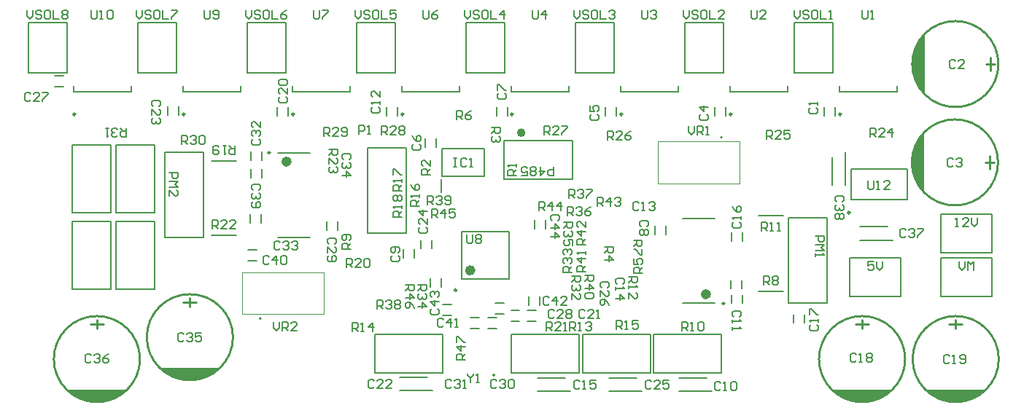
<source format=gto>
G04*
G04 #@! TF.GenerationSoftware,Altium Limited,Altium Designer,23.4.1 (23)*
G04*
G04 Layer_Color=65535*
%FSLAX44Y44*%
%MOMM*%
G71*
G04*
G04 #@! TF.SameCoordinates,69872263-788E-4E38-85BF-5BAD4D7AD8B8*
G04*
G04*
G04 #@! TF.FilePolarity,Positive*
G04*
G01*
G75*
%ADD10C,0.6000*%
%ADD11C,0.2500*%
%ADD12C,0.2540*%
%ADD13C,0.2000*%
%ADD14C,0.5000*%
%ADD15C,0.1000*%
%ADD16C,0.1524*%
G36*
X149860Y40641D02*
X78740D01*
X88900Y33021D01*
X104140Y27941D01*
X119380Y25401D01*
X129540Y27941D01*
X149860Y40641D01*
D01*
D02*
G37*
G36*
X257810Y66041D02*
X186690D01*
X196850Y58421D01*
X212090Y53341D01*
X227330Y50801D01*
X237490Y53341D01*
X257810Y66041D01*
D01*
D02*
G37*
G36*
X1038145Y40641D02*
X967025D01*
X977185Y33021D01*
X992425Y27941D01*
X1007665Y25401D01*
X1017825Y27941D01*
X1038145Y40641D01*
D01*
D02*
G37*
G36*
X1146810D02*
X1075690D01*
X1085850Y33021D01*
X1101090Y27941D01*
X1116330Y25401D01*
X1126490Y27941D01*
X1146810Y40641D01*
D01*
D02*
G37*
G36*
X1074820Y269240D02*
Y340360D01*
X1067200Y330200D01*
X1062120Y314960D01*
X1059580Y299720D01*
X1062120Y289560D01*
X1074820Y269240D01*
D01*
D02*
G37*
G36*
X1075290Y383540D02*
Y454660D01*
X1067670Y444500D01*
X1062590Y429260D01*
X1060050Y414020D01*
X1062590Y403860D01*
X1075290Y383540D01*
D01*
D02*
G37*
D10*
X824300Y151500D02*
G03*
X824300Y151500I-3000J0D01*
G01*
X337400Y305700D02*
G03*
X337400Y305700I-3000J0D01*
G01*
X550650Y179350D02*
G03*
X550650Y179350I-3000J0D01*
G01*
D11*
X842800Y141000D02*
G03*
X842800Y141000I-1250J0D01*
G01*
X315400Y316200D02*
G03*
X315400Y316200I-1250J0D01*
G01*
X531900Y156350D02*
G03*
X531900Y156350I-1250J0D01*
G01*
X216350Y360800D02*
G03*
X216350Y360800I-1250J0D01*
G01*
X724350D02*
G03*
X724350Y360800I-1250J0D01*
G01*
X597350D02*
G03*
X597350Y360800I-1250J0D01*
G01*
X978350D02*
G03*
X978350Y360800I-1250J0D01*
G01*
X988600Y246450D02*
G03*
X988600Y246450I-1250J0D01*
G01*
X851350Y360800D02*
G03*
X851350Y360800I-1250J0D01*
G01*
X89350D02*
G03*
X89350Y360800I-1250J0D01*
G01*
X470350D02*
G03*
X470350Y360800I-1250J0D01*
G01*
X343350D02*
G03*
X343350Y360800I-1250J0D01*
G01*
D12*
X1160380Y304800D02*
G03*
X1160380Y304800I-50000J0D01*
G01*
X1161250Y76201D02*
G03*
X1161250Y76201I-50000J0D01*
G01*
X272250Y101601D02*
G03*
X272250Y101601I-50000J0D01*
G01*
X164300Y76201D02*
G03*
X164300Y76201I-50000J0D01*
G01*
X1052585D02*
G03*
X1052585Y76201I-50000J0D01*
G01*
X1160850Y419100D02*
G03*
X1160850Y419100I-50000J0D01*
G01*
X1145940Y304800D02*
X1156100D01*
X1151020Y297180D02*
Y312420D01*
X1103630Y116841D02*
X1118870D01*
X1111250Y111761D02*
Y121921D01*
X214630Y142241D02*
X229870D01*
X222250Y137161D02*
Y147321D01*
X106680Y116841D02*
X121920D01*
X114300Y111761D02*
Y121921D01*
X994965Y116841D02*
X1010205D01*
X1002585Y111761D02*
Y121921D01*
X1151490Y411480D02*
Y426720D01*
X1146410Y419100D02*
X1156570D01*
D13*
X839200Y332800D02*
G03*
X839200Y334800I0J1000D01*
G01*
D02*
G03*
X839200Y332800I0J-1000D01*
G01*
X575150Y58550D02*
G03*
X575150Y56550I0J-1000D01*
G01*
D02*
G03*
X575150Y58550I0J1000D01*
G01*
X303800Y124400D02*
G03*
X303800Y122400I0J-1000D01*
G01*
D02*
G03*
X303800Y124400I0J1000D01*
G01*
X794300Y239500D02*
X831300D01*
X794300Y141500D02*
X831300D01*
X324400Y315700D02*
X361400D01*
X324400Y217700D02*
X361400D01*
X136250Y157350D02*
Y236350D01*
Y236350D02*
X181250D01*
X181250Y157350D02*
Y236350D01*
X136250Y157350D02*
X181250D01*
X85450D02*
Y236350D01*
Y236350D02*
X130450D01*
X130450Y157350D02*
Y236350D01*
X85450Y157350D02*
X130450D01*
X136670Y245930D02*
Y324930D01*
Y324930D02*
X181670D01*
X181670Y245930D02*
Y324930D01*
X136670Y245930D02*
X181670D01*
X85870D02*
Y324930D01*
Y324930D02*
X130870D01*
X130870Y245930D02*
Y324930D01*
X85870Y245930D02*
X130870D01*
X760600Y60050D02*
X839600D01*
X760600D02*
Y105050D01*
Y105050D02*
X839600D01*
Y60050D02*
Y105050D01*
X678050Y60050D02*
X757050D01*
X678050D02*
Y105050D01*
Y105050D02*
X757050D01*
Y60050D02*
Y105050D01*
X674500Y60050D02*
Y105050D01*
X595500Y105050D02*
X674500D01*
X595500Y60050D02*
Y105050D01*
X595500Y60050D02*
X674500D01*
X436750D02*
X515750D01*
X436750D02*
Y105050D01*
Y105050D02*
X515750D01*
Y60050D02*
Y105050D01*
X473770Y222440D02*
Y321440D01*
X428770Y222440D02*
X473770D01*
X428770Y321440D02*
X473770D01*
X428770Y222440D02*
Y321440D01*
X537650Y169350D02*
X592650D01*
X537650Y224350D02*
X592650D01*
X537650Y169350D02*
Y224350D01*
X592650Y169350D02*
Y224350D01*
X935990Y118190D02*
Y128190D01*
X923290Y118190D02*
Y128190D01*
X292721Y287128D02*
Y297128D01*
X305421Y287128D02*
Y297128D01*
X281150Y386800D02*
Y393800D01*
X214150Y386800D02*
X281150D01*
X214150D02*
Y393800D01*
X789150Y386800D02*
Y393800D01*
X722150Y386800D02*
X789150D01*
X722150D02*
Y393800D01*
X662150Y386800D02*
Y393800D01*
X595150Y386800D02*
X662150D01*
X595150D02*
Y393800D01*
X1043150Y386800D02*
Y393800D01*
X976150Y386800D02*
X1043150D01*
X976150D02*
Y393800D01*
X587279Y330288D02*
X666279D01*
X666279Y285288D02*
Y330288D01*
X587279Y285288D02*
X666279D01*
X587279Y285288D02*
Y330288D01*
X469652Y193652D02*
Y203652D01*
X482352Y193652D02*
Y203652D01*
X863600Y141050D02*
Y151050D01*
X850900Y141050D02*
Y151050D01*
X595014Y132453D02*
X605014D01*
X595014Y119753D02*
X605014D01*
X863153Y158002D02*
Y168001D01*
X850453Y158002D02*
Y168001D01*
X502920Y204550D02*
Y214550D01*
X490220Y204550D02*
Y214550D01*
X628650Y138700D02*
Y148700D01*
X615950Y138700D02*
Y148700D01*
X292723Y307070D02*
Y317070D01*
X305423Y307070D02*
Y317070D01*
X614040Y132719D02*
X624040D01*
X614040Y120020D02*
X624040D01*
X568487Y124325D02*
X578487D01*
X568487Y111625D02*
X578487D01*
X548040Y124118D02*
X558040D01*
X548040Y111418D02*
X558040D01*
X989825Y261875D02*
Y296925D01*
X1054875D01*
Y261875D02*
Y296925D01*
X989825Y261875D02*
X1054875D01*
X968019Y278631D02*
Y310631D01*
X983519Y278631D02*
Y316631D01*
X988150Y148950D02*
X1047150D01*
Y193950D01*
X988150Y148950D02*
Y193950D01*
X1047150D01*
X1000000Y230000D02*
X1032000D01*
X1000000Y214500D02*
X1038000D01*
X515700Y139700D02*
X525700D01*
X515700Y127000D02*
X525700D01*
X576660Y128270D02*
X586660D01*
X576660Y140970D02*
X586660D01*
X501650Y160100D02*
Y170100D01*
X514350Y160100D02*
Y170100D01*
X635000Y227600D02*
Y237600D01*
X622300Y227600D02*
Y237600D01*
X247120Y306070D02*
X276120D01*
X247120Y219710D02*
X276120D01*
X882120Y242570D02*
X911120D01*
X882120Y154940D02*
X911120D01*
X289450Y190500D02*
X299450D01*
X289450Y203200D02*
X299450D01*
X291997Y234631D02*
Y244631D01*
X304697Y234631D02*
Y244631D01*
X863600Y213250D02*
Y223250D01*
X850900Y213250D02*
Y223250D01*
X762000Y221250D02*
Y231250D01*
X774700Y221250D02*
Y231250D01*
X393700Y225950D02*
Y235950D01*
X381000Y225950D02*
Y235950D01*
X238400Y217200D02*
Y316200D01*
X193400Y217200D02*
X238400D01*
X193400Y316200D02*
X238400D01*
X193400Y217200D02*
Y316200D01*
X917300Y141000D02*
Y240000D01*
X962300D01*
X917300Y141000D02*
X962300D01*
Y240000D01*
X790392Y54174D02*
X822392D01*
X790392Y38674D02*
X828392D01*
X625596Y54395D02*
X657596D01*
X625596Y38895D02*
X663596D01*
X708610Y54188D02*
X740610D01*
X708610Y38688D02*
X746610D01*
X466036Y55211D02*
X498036D01*
X466036Y39711D02*
X504036D01*
X508000Y322850D02*
Y332850D01*
X495300Y322850D02*
Y332850D01*
X513950Y270050D02*
Y285300D01*
X515250Y288800D02*
X564250D01*
Y320800D01*
X515250D02*
X564250D01*
X515250Y288800D02*
Y320800D01*
X1094450Y148950D02*
X1153450D01*
Y193950D01*
X1094450Y148950D02*
Y193950D01*
X1153450D01*
X323418Y358697D02*
Y368697D01*
X336118Y358697D02*
Y368697D01*
X65488Y405107D02*
X75488D01*
X65488Y392407D02*
X75488D01*
X209124Y359558D02*
Y369558D01*
X196424Y359558D02*
Y369558D01*
X971550Y359300D02*
Y369300D01*
X958850Y359300D02*
Y369300D01*
X844550Y359300D02*
Y369300D01*
X831850Y359300D02*
Y369300D01*
X717550Y359300D02*
Y369300D01*
X704850Y359300D02*
Y369300D01*
X590780Y358809D02*
Y368809D01*
X578080Y358809D02*
Y368809D01*
X463550Y359300D02*
Y369300D01*
X450850Y359300D02*
Y369300D01*
X968650Y408650D02*
Y467650D01*
X923650D02*
X968650D01*
X923650Y408650D02*
X968650D01*
X923650D02*
Y467650D01*
X841650Y408650D02*
Y467650D01*
X796650D02*
X841650D01*
X796650Y408650D02*
X841650D01*
X796650D02*
Y467650D01*
X1094450Y199750D02*
X1153450D01*
Y244750D01*
X1094450Y199750D02*
Y244750D01*
X1153450D01*
X849150Y386800D02*
Y393800D01*
Y386800D02*
X916150D01*
Y393800D01*
X714650Y408650D02*
Y467650D01*
X669650D02*
X714650D01*
X669650Y408650D02*
X714650D01*
X669650D02*
Y467650D01*
X587650Y408650D02*
Y467650D01*
X542650D02*
X587650D01*
X542650Y408650D02*
X587650D01*
X542650D02*
Y467650D01*
X79650Y408650D02*
Y467650D01*
X34650D02*
X79650D01*
X34650Y408650D02*
X79650D01*
X34650D02*
Y467650D01*
X87150Y386800D02*
Y393800D01*
Y386800D02*
X154150D01*
Y393800D01*
X206650Y408650D02*
Y467650D01*
X161650D02*
X206650D01*
X161650Y408650D02*
X206650D01*
X161650D02*
Y467650D01*
X333650Y408650D02*
Y467650D01*
X288650D02*
X333650D01*
X288650Y408650D02*
X333650D01*
X288650D02*
Y467650D01*
X460650Y408650D02*
Y467650D01*
X415650D02*
X460650D01*
X415650Y408650D02*
X460650D01*
X415650D02*
Y467650D01*
X468150Y386800D02*
Y393800D01*
Y386800D02*
X535150D01*
Y393800D01*
X341150Y386800D02*
Y393800D01*
Y386800D02*
X408150D01*
Y393800D01*
D14*
X609279Y339288D02*
G03*
X609279Y339288I-2500J0D01*
G01*
D15*
X765150Y328900D02*
X860450D01*
Y280600D02*
Y328900D01*
X765150Y280600D02*
X860450D01*
X765150D02*
Y328900D01*
X282550Y128300D02*
X377850D01*
X282550D02*
Y176600D01*
X377850D01*
Y128300D02*
Y176600D01*
D16*
X326814Y380579D02*
X325122Y378886D01*
Y375500D01*
X326814Y373808D01*
X333586D01*
X335278Y375500D01*
Y378886D01*
X333586Y380579D01*
X335278Y390736D02*
Y383965D01*
X328507Y390736D01*
X326814D01*
X325122Y389043D01*
Y385657D01*
X326814Y383965D01*
Y394121D02*
X325122Y395814D01*
Y399199D01*
X326814Y400892D01*
X333586D01*
X335278Y399199D01*
Y395814D01*
X333586Y394121D01*
X326814D01*
X544504Y59103D02*
Y57410D01*
X547890Y54025D01*
X551275Y57410D01*
Y59103D01*
X547890Y54025D02*
Y48946D01*
X554661D02*
X558047D01*
X556354D01*
Y59103D01*
X554661Y57410D01*
X33451Y481328D02*
Y474557D01*
X36837Y471172D01*
X40222Y474557D01*
Y481328D01*
X50379Y479636D02*
X48686Y481328D01*
X45300D01*
X43608Y479636D01*
Y477943D01*
X45300Y476250D01*
X48686D01*
X50379Y474557D01*
Y472864D01*
X48686Y471172D01*
X45300D01*
X43608Y472864D01*
X58843Y481328D02*
X55457D01*
X53764Y479636D01*
Y472864D01*
X55457Y471172D01*
X58843D01*
X60536Y472864D01*
Y479636D01*
X58843Y481328D01*
X63921D02*
Y471172D01*
X70692D01*
X74078Y479636D02*
X75771Y481328D01*
X79156D01*
X80849Y479636D01*
Y477943D01*
X79156Y476250D01*
X80849Y474557D01*
Y472864D01*
X79156Y471172D01*
X75771D01*
X74078Y472864D01*
Y474557D01*
X75771Y476250D01*
X74078Y477943D01*
Y479636D01*
X75771Y476250D02*
X79156D01*
X160451Y481328D02*
Y474557D01*
X163837Y471172D01*
X167222Y474557D01*
Y481328D01*
X177379Y479636D02*
X175686Y481328D01*
X172300D01*
X170608Y479636D01*
Y477943D01*
X172300Y476250D01*
X175686D01*
X177379Y474557D01*
Y472864D01*
X175686Y471172D01*
X172300D01*
X170608Y472864D01*
X185843Y481328D02*
X182457D01*
X180764Y479636D01*
Y472864D01*
X182457Y471172D01*
X185843D01*
X187536Y472864D01*
Y479636D01*
X185843Y481328D01*
X190921D02*
Y471172D01*
X197692D01*
X201078Y481328D02*
X207849D01*
Y479636D01*
X201078Y472864D01*
Y471172D01*
X287451Y481328D02*
Y474557D01*
X290837Y471172D01*
X294222Y474557D01*
Y481328D01*
X304379Y479636D02*
X302686Y481328D01*
X299300D01*
X297608Y479636D01*
Y477943D01*
X299300Y476250D01*
X302686D01*
X304379Y474557D01*
Y472864D01*
X302686Y471172D01*
X299300D01*
X297608Y472864D01*
X312843Y481328D02*
X309457D01*
X307764Y479636D01*
Y472864D01*
X309457Y471172D01*
X312843D01*
X314536Y472864D01*
Y479636D01*
X312843Y481328D01*
X317921D02*
Y471172D01*
X324692D01*
X334849Y481328D02*
X331463Y479636D01*
X328078Y476250D01*
Y472864D01*
X329771Y471172D01*
X333156D01*
X334849Y472864D01*
Y474557D01*
X333156Y476250D01*
X328078D01*
X414451Y481328D02*
Y474557D01*
X417837Y471172D01*
X421222Y474557D01*
Y481328D01*
X431379Y479636D02*
X429686Y481328D01*
X426301D01*
X424608Y479636D01*
Y477943D01*
X426301Y476250D01*
X429686D01*
X431379Y474557D01*
Y472864D01*
X429686Y471172D01*
X426301D01*
X424608Y472864D01*
X439843Y481328D02*
X436457D01*
X434764Y479636D01*
Y472864D01*
X436457Y471172D01*
X439843D01*
X441536Y472864D01*
Y479636D01*
X439843Y481328D01*
X444921D02*
Y471172D01*
X451692D01*
X461849Y481328D02*
X455078D01*
Y476250D01*
X458463Y477943D01*
X460156D01*
X461849Y476250D01*
Y472864D01*
X460156Y471172D01*
X456771D01*
X455078Y472864D01*
X541451Y481328D02*
Y474557D01*
X544837Y471172D01*
X548222Y474557D01*
Y481328D01*
X558379Y479636D02*
X556686Y481328D01*
X553301D01*
X551608Y479636D01*
Y477943D01*
X553301Y476250D01*
X556686D01*
X558379Y474557D01*
Y472864D01*
X556686Y471172D01*
X553301D01*
X551608Y472864D01*
X566843Y481328D02*
X563457D01*
X561764Y479636D01*
Y472864D01*
X563457Y471172D01*
X566843D01*
X568536Y472864D01*
Y479636D01*
X566843Y481328D01*
X571921D02*
Y471172D01*
X578692D01*
X587156D02*
Y481328D01*
X582078Y476250D01*
X588849D01*
X668451Y481328D02*
Y474557D01*
X671837Y471172D01*
X675222Y474557D01*
Y481328D01*
X685379Y479636D02*
X683686Y481328D01*
X680301D01*
X678608Y479636D01*
Y477943D01*
X680301Y476250D01*
X683686D01*
X685379Y474557D01*
Y472864D01*
X683686Y471172D01*
X680301D01*
X678608Y472864D01*
X693843Y481328D02*
X690457D01*
X688764Y479636D01*
Y472864D01*
X690457Y471172D01*
X693843D01*
X695536Y472864D01*
Y479636D01*
X693843Y481328D01*
X698921D02*
Y471172D01*
X705692D01*
X709078Y479636D02*
X710771Y481328D01*
X714156D01*
X715849Y479636D01*
Y477943D01*
X714156Y476250D01*
X712463D01*
X714156D01*
X715849Y474557D01*
Y472864D01*
X714156Y471172D01*
X710771D01*
X709078Y472864D01*
X795451Y481328D02*
Y474557D01*
X798837Y471172D01*
X802222Y474557D01*
Y481328D01*
X812379Y479636D02*
X810686Y481328D01*
X807300D01*
X805608Y479636D01*
Y477943D01*
X807300Y476250D01*
X810686D01*
X812379Y474557D01*
Y472864D01*
X810686Y471172D01*
X807300D01*
X805608Y472864D01*
X820843Y481328D02*
X817457D01*
X815764Y479636D01*
Y472864D01*
X817457Y471172D01*
X820843D01*
X822536Y472864D01*
Y479636D01*
X820843Y481328D01*
X825921D02*
Y471172D01*
X832692D01*
X842849D02*
X836078D01*
X842849Y477943D01*
Y479636D01*
X841156Y481328D01*
X837771D01*
X836078Y479636D01*
X924144Y481328D02*
Y474557D01*
X927529Y471172D01*
X930915Y474557D01*
Y481328D01*
X941072Y479636D02*
X939379Y481328D01*
X935993D01*
X934301Y479636D01*
Y477943D01*
X935993Y476250D01*
X939379D01*
X941072Y474557D01*
Y472864D01*
X939379Y471172D01*
X935993D01*
X934301Y472864D01*
X949536Y481328D02*
X946150D01*
X944457Y479636D01*
Y472864D01*
X946150Y471172D01*
X949536D01*
X951228Y472864D01*
Y479636D01*
X949536Y481328D01*
X954614D02*
Y471172D01*
X961385D01*
X964771D02*
X968156D01*
X966463D01*
Y481328D01*
X964771Y479636D01*
X319198Y119378D02*
Y112607D01*
X322583Y109222D01*
X325969Y112607D01*
Y119378D01*
X329354Y109222D02*
Y119378D01*
X334433D01*
X336126Y117686D01*
Y114300D01*
X334433Y112607D01*
X329354D01*
X332740D02*
X336126Y109222D01*
X346282D02*
X339511D01*
X346282Y115993D01*
Y117686D01*
X344590Y119378D01*
X341204D01*
X339511Y117686D01*
X800950Y346708D02*
Y339937D01*
X804336Y336552D01*
X807722Y339937D01*
Y346708D01*
X811107Y336552D02*
Y346708D01*
X816186D01*
X817878Y345016D01*
Y341630D01*
X816186Y339937D01*
X811107D01*
X814493D02*
X817878Y336552D01*
X821264D02*
X824650D01*
X822957D01*
Y346708D01*
X821264Y345016D01*
X1115486Y189228D02*
Y182457D01*
X1118872Y179072D01*
X1122257Y182457D01*
Y189228D01*
X1125643Y179072D02*
Y189228D01*
X1129028Y185843D01*
X1132414Y189228D01*
Y179072D01*
X1009654Y283278D02*
Y274814D01*
X1011347Y273122D01*
X1014733D01*
X1016425Y274814D01*
Y283278D01*
X1019811Y273122D02*
X1023196D01*
X1021504D01*
Y283278D01*
X1019811Y281586D01*
X1035046Y273122D02*
X1028275D01*
X1035046Y279893D01*
Y281586D01*
X1033353Y283278D01*
X1029968D01*
X1028275Y281586D01*
X107954Y481328D02*
Y472864D01*
X109647Y471172D01*
X113033D01*
X114725Y472864D01*
Y481328D01*
X118111Y471172D02*
X121496D01*
X119804D01*
Y481328D01*
X118111Y479636D01*
X126575D02*
X128268Y481328D01*
X131653D01*
X133346Y479636D01*
Y472864D01*
X131653Y471172D01*
X128268D01*
X126575Y472864D01*
Y479636D01*
X239186Y481328D02*
Y472864D01*
X240879Y471172D01*
X244264D01*
X245957Y472864D01*
Y481328D01*
X249343Y472864D02*
X251036Y471172D01*
X254421D01*
X256114Y472864D01*
Y479636D01*
X254421Y481328D01*
X251036D01*
X249343Y479636D01*
Y477943D01*
X251036Y476250D01*
X256114D01*
X543986Y220978D02*
Y212514D01*
X545679Y210822D01*
X549064D01*
X550757Y212514D01*
Y220978D01*
X554143Y219286D02*
X555836Y220978D01*
X559221D01*
X560914Y219286D01*
Y217593D01*
X559221Y215900D01*
X560914Y214207D01*
Y212514D01*
X559221Y210822D01*
X555836D01*
X554143Y212514D01*
Y214207D01*
X555836Y215900D01*
X554143Y217593D01*
Y219286D01*
X555836Y215900D02*
X559221D01*
X366186Y481328D02*
Y472864D01*
X367879Y471172D01*
X371264D01*
X372957Y472864D01*
Y481328D01*
X376343D02*
X383114D01*
Y479636D01*
X376343Y472864D01*
Y471172D01*
X493186Y481328D02*
Y472864D01*
X494879Y471172D01*
X498264D01*
X499957Y472864D01*
Y481328D01*
X510114D02*
X506728Y479636D01*
X503343Y476250D01*
Y472864D01*
X505036Y471172D01*
X508421D01*
X510114Y472864D01*
Y474557D01*
X508421Y476250D01*
X503343D01*
X620186Y481328D02*
Y472864D01*
X621879Y471172D01*
X625264D01*
X626957Y472864D01*
Y481328D01*
X635421Y471172D02*
Y481328D01*
X630343Y476250D01*
X637114D01*
X747186Y481328D02*
Y472864D01*
X748879Y471172D01*
X752264D01*
X753957Y472864D01*
Y481328D01*
X757343Y479636D02*
X759036Y481328D01*
X762421D01*
X764114Y479636D01*
Y477943D01*
X762421Y476250D01*
X760728D01*
X762421D01*
X764114Y474557D01*
Y472864D01*
X762421Y471172D01*
X759036D01*
X757343Y472864D01*
X874186Y481328D02*
Y472864D01*
X875879Y471172D01*
X879264D01*
X880957Y472864D01*
Y481328D01*
X891114Y471172D02*
X884343D01*
X891114Y477943D01*
Y479636D01*
X889421Y481328D01*
X886036D01*
X884343Y479636D01*
X1002879Y481328D02*
Y472864D01*
X1004572Y471172D01*
X1007957D01*
X1009650Y472864D01*
Y481328D01*
X1013036Y471172D02*
X1016421D01*
X1014728D01*
Y481328D01*
X1013036Y479636D01*
X542288Y75358D02*
X532132D01*
Y80436D01*
X533824Y82129D01*
X537210D01*
X538903Y80436D01*
Y75358D01*
Y78743D02*
X542288Y82129D01*
Y90593D02*
X532132D01*
X537210Y85514D01*
Y92286D01*
X532132Y95671D02*
Y102442D01*
X533824D01*
X540596Y95671D01*
X542288D01*
X472528Y162500D02*
X482685D01*
Y157421D01*
X480992Y155729D01*
X477606D01*
X475914Y157421D01*
Y162500D01*
Y159114D02*
X472528Y155729D01*
Y147265D02*
X482685D01*
X477606Y152343D01*
Y145572D01*
X482685Y135415D02*
X480992Y138801D01*
X477606Y142186D01*
X474221D01*
X472528Y140493D01*
Y137108D01*
X474221Y135415D01*
X475914D01*
X477606Y137108D01*
Y142186D01*
X503348Y240032D02*
Y250188D01*
X508426D01*
X510119Y248496D01*
Y245110D01*
X508426Y243417D01*
X503348D01*
X506733D02*
X510119Y240032D01*
X518583D02*
Y250188D01*
X513504Y245110D01*
X520276D01*
X530432Y250188D02*
X523661D01*
Y245110D01*
X527047Y246803D01*
X528740D01*
X530432Y245110D01*
Y241724D01*
X528740Y240032D01*
X525354D01*
X523661Y241724D01*
X627808Y248922D02*
Y259078D01*
X632886D01*
X634579Y257386D01*
Y254000D01*
X632886Y252307D01*
X627808D01*
X631193D02*
X634579Y248922D01*
X643043D02*
Y259078D01*
X637964Y254000D01*
X644736D01*
X653199Y248922D02*
Y259078D01*
X648121Y254000D01*
X654892D01*
X695118Y254002D02*
Y264158D01*
X700196D01*
X701889Y262466D01*
Y259080D01*
X700196Y257387D01*
X695118D01*
X698503D02*
X701889Y254002D01*
X710353D02*
Y264158D01*
X705274Y259080D01*
X712046D01*
X715431Y262466D02*
X717124Y264158D01*
X720509D01*
X722202Y262466D01*
Y260773D01*
X720509Y259080D01*
X718817D01*
X720509D01*
X722202Y257387D01*
Y255694D01*
X720509Y254002D01*
X717124D01*
X715431Y255694D01*
X681691Y209311D02*
X671534D01*
Y214389D01*
X673227Y216082D01*
X676612D01*
X678305Y214389D01*
Y209311D01*
Y212697D02*
X681691Y216082D01*
Y224546D02*
X671534D01*
X676612Y219468D01*
Y226239D01*
X681691Y236396D02*
Y229625D01*
X674920Y236396D01*
X673227D01*
X671534Y234703D01*
Y231317D01*
X673227Y229625D01*
X681329Y178111D02*
X671172D01*
Y183190D01*
X672865Y184883D01*
X676251D01*
X677944Y183190D01*
Y178111D01*
Y181497D02*
X681329Y184883D01*
Y193347D02*
X671172D01*
X676251Y188268D01*
Y195039D01*
X681329Y198425D02*
Y201810D01*
Y200118D01*
X671172D01*
X672865Y198425D01*
X680722Y173562D02*
X690878D01*
Y168484D01*
X689186Y166791D01*
X685800D01*
X684107Y168484D01*
Y173562D01*
Y170177D02*
X680722Y166791D01*
Y158327D02*
X690878D01*
X685800Y163405D01*
Y156634D01*
X689186Y153249D02*
X690878Y151556D01*
Y148170D01*
X689186Y146478D01*
X682414D01*
X680722Y148170D01*
Y151556D01*
X682414Y153249D01*
X689186D01*
X498268Y255272D02*
Y265428D01*
X503346D01*
X505039Y263736D01*
Y260350D01*
X503346Y258657D01*
X498268D01*
X501653D02*
X505039Y255272D01*
X508424Y263736D02*
X510117Y265428D01*
X513503D01*
X515196Y263736D01*
Y262043D01*
X513503Y260350D01*
X511810D01*
X513503D01*
X515196Y258657D01*
Y256964D01*
X513503Y255272D01*
X510117D01*
X508424Y256964D01*
X518581D02*
X520274Y255272D01*
X523660D01*
X525352Y256964D01*
Y263736D01*
X523660Y265428D01*
X520274D01*
X518581Y263736D01*
Y262043D01*
X520274Y260350D01*
X525352D01*
X439848Y134622D02*
Y144778D01*
X444926D01*
X446619Y143086D01*
Y139700D01*
X444926Y138007D01*
X439848D01*
X443233D02*
X446619Y134622D01*
X450004Y143086D02*
X451697Y144778D01*
X455083D01*
X456776Y143086D01*
Y141393D01*
X455083Y139700D01*
X453390D01*
X455083D01*
X456776Y138007D01*
Y136314D01*
X455083Y134622D01*
X451697D01*
X450004Y136314D01*
X460161Y143086D02*
X461854Y144778D01*
X465239D01*
X466932Y143086D01*
Y141393D01*
X465239Y139700D01*
X466932Y138007D01*
Y136314D01*
X465239Y134622D01*
X461854D01*
X460161Y136314D01*
Y138007D01*
X461854Y139700D01*
X460161Y141393D01*
Y143086D01*
X461854Y139700D02*
X465239D01*
X662098Y262892D02*
Y273048D01*
X667176D01*
X668869Y271356D01*
Y267970D01*
X667176Y266277D01*
X662098D01*
X665483D02*
X668869Y262892D01*
X672254Y271356D02*
X673947Y273048D01*
X677333D01*
X679026Y271356D01*
Y269663D01*
X677333Y267970D01*
X675640D01*
X677333D01*
X679026Y266277D01*
Y264584D01*
X677333Y262892D01*
X673947D01*
X672254Y264584D01*
X682411Y273048D02*
X689182D01*
Y271356D01*
X682411Y264584D01*
Y262892D01*
X660828Y242572D02*
Y252728D01*
X665906D01*
X667599Y251036D01*
Y247650D01*
X665906Y245957D01*
X660828D01*
X664213D02*
X667599Y242572D01*
X670984Y251036D02*
X672677Y252728D01*
X676063D01*
X677756Y251036D01*
Y249343D01*
X676063Y247650D01*
X674370D01*
X676063D01*
X677756Y245957D01*
Y244264D01*
X676063Y242572D01*
X672677D01*
X670984Y244264D01*
X687912Y252728D02*
X684527Y251036D01*
X681141Y247650D01*
Y244264D01*
X682834Y242572D01*
X686219D01*
X687912Y244264D01*
Y245957D01*
X686219Y247650D01*
X681141D01*
X656514Y235404D02*
X666670D01*
Y230325D01*
X664977Y228633D01*
X661592D01*
X659899Y230325D01*
Y235404D01*
Y232018D02*
X656514Y228633D01*
X664977Y225247D02*
X666670Y223554D01*
Y220169D01*
X664977Y218476D01*
X663285D01*
X661592Y220169D01*
Y221861D01*
Y220169D01*
X659899Y218476D01*
X658206D01*
X656514Y220169D01*
Y223554D01*
X658206Y225247D01*
X666670Y208319D02*
Y215090D01*
X661592D01*
X663285Y211705D01*
Y210012D01*
X661592Y208319D01*
X658206D01*
X656514Y210012D01*
Y213398D01*
X658206Y215090D01*
X487289Y162368D02*
X497445D01*
Y157290D01*
X495753Y155597D01*
X492367D01*
X490674Y157290D01*
Y162368D01*
Y158982D02*
X487289Y155597D01*
X495753Y152211D02*
X497445Y150518D01*
Y147133D01*
X495753Y145440D01*
X494060D01*
X492367Y147133D01*
Y148826D01*
Y147133D01*
X490674Y145440D01*
X488981D01*
X487289Y147133D01*
Y150518D01*
X488981Y152211D01*
X487289Y136976D02*
X497445D01*
X492367Y142055D01*
Y135283D01*
X665478Y176958D02*
X655322D01*
Y182036D01*
X657014Y183729D01*
X660400D01*
X662093Y182036D01*
Y176958D01*
Y180343D02*
X665478Y183729D01*
X657014Y187114D02*
X655322Y188807D01*
Y192193D01*
X657014Y193886D01*
X658707D01*
X660400Y192193D01*
Y190500D01*
Y192193D01*
X662093Y193886D01*
X663786D01*
X665478Y192193D01*
Y188807D01*
X663786Y187114D01*
X657014Y197271D02*
X655322Y198964D01*
Y202349D01*
X657014Y204042D01*
X658707D01*
X660400Y202349D01*
Y200657D01*
Y202349D01*
X662093Y204042D01*
X663786D01*
X665478Y202349D01*
Y198964D01*
X663786Y197271D01*
X665482Y172292D02*
X675638D01*
Y167214D01*
X673946Y165521D01*
X670560D01*
X668867Y167214D01*
Y172292D01*
Y168907D02*
X665482Y165521D01*
X673946Y162136D02*
X675638Y160443D01*
Y157057D01*
X673946Y155364D01*
X672253D01*
X670560Y157057D01*
Y158750D01*
Y157057D01*
X668867Y155364D01*
X667174D01*
X665482Y157057D01*
Y160443D01*
X667174Y162136D01*
X665482Y145208D02*
Y151979D01*
X672253Y145208D01*
X673946D01*
X675638Y146901D01*
Y150286D01*
X673946Y151979D01*
X148081Y344617D02*
Y334460D01*
X143003D01*
X141310Y336153D01*
Y339538D01*
X143003Y341231D01*
X148081D01*
X144696D02*
X141310Y344617D01*
X137924Y336153D02*
X136232Y334460D01*
X132846D01*
X131153Y336153D01*
Y337845D01*
X132846Y339538D01*
X134539D01*
X132846D01*
X131153Y341231D01*
Y342924D01*
X132846Y344617D01*
X136232D01*
X137924Y342924D01*
X127768Y344617D02*
X124382D01*
X126075D01*
Y334460D01*
X127768Y336153D01*
X212544Y325863D02*
Y336020D01*
X217623D01*
X219315Y334327D01*
Y330942D01*
X217623Y329249D01*
X212544D01*
X215930D02*
X219315Y325863D01*
X222701Y334327D02*
X224394Y336020D01*
X227779D01*
X229472Y334327D01*
Y332634D01*
X227779Y330942D01*
X226086D01*
X227779D01*
X229472Y329249D01*
Y327556D01*
X227779Y325863D01*
X224394D01*
X222701Y327556D01*
X232858Y334327D02*
X234550Y336020D01*
X237936D01*
X239629Y334327D01*
Y327556D01*
X237936Y325863D01*
X234550D01*
X232858Y327556D01*
Y334327D01*
X378162Y335181D02*
Y345338D01*
X383241D01*
X384934Y343645D01*
Y340259D01*
X383241Y338567D01*
X378162D01*
X381548D02*
X384934Y335181D01*
X395090D02*
X388319D01*
X395090Y341952D01*
Y343645D01*
X393397Y345338D01*
X390012D01*
X388319Y343645D01*
X398476Y336874D02*
X400169Y335181D01*
X403554D01*
X405247Y336874D01*
Y343645D01*
X403554Y345338D01*
X400169D01*
X398476Y343645D01*
Y341952D01*
X400169Y340259D01*
X405247D01*
X444928Y336552D02*
Y346708D01*
X450006D01*
X451699Y345016D01*
Y341630D01*
X450006Y339937D01*
X444928D01*
X448313D02*
X451699Y336552D01*
X461856D02*
X455084D01*
X461856Y343323D01*
Y345016D01*
X460163Y346708D01*
X456777D01*
X455084Y345016D01*
X465241D02*
X466934Y346708D01*
X470320D01*
X472012Y345016D01*
Y343323D01*
X470320Y341630D01*
X472012Y339937D01*
Y338244D01*
X470320Y336552D01*
X466934D01*
X465241Y338244D01*
Y339937D01*
X466934Y341630D01*
X465241Y343323D01*
Y345016D01*
X466934Y341630D02*
X470320D01*
X633206Y336732D02*
Y346888D01*
X638285D01*
X639977Y345196D01*
Y341810D01*
X638285Y340117D01*
X633206D01*
X636592D02*
X639977Y336732D01*
X650134D02*
X643363D01*
X650134Y343503D01*
Y345196D01*
X648441Y346888D01*
X645056D01*
X643363Y345196D01*
X653520Y346888D02*
X660291D01*
Y345196D01*
X653520Y338424D01*
Y336732D01*
X707388Y330603D02*
Y340760D01*
X712466D01*
X714159Y339067D01*
Y335682D01*
X712466Y333989D01*
X707388D01*
X710774D02*
X714159Y330603D01*
X724316D02*
X717545D01*
X724316Y337375D01*
Y339067D01*
X722623Y340760D01*
X719238D01*
X717545Y339067D01*
X734473Y340760D02*
X731087Y339067D01*
X727701Y335682D01*
Y332296D01*
X729394Y330603D01*
X732780D01*
X734473Y332296D01*
Y333989D01*
X732780Y335682D01*
X727701D01*
X892077Y331875D02*
Y342032D01*
X897155D01*
X898848Y340339D01*
Y336953D01*
X897155Y335261D01*
X892077D01*
X895462D02*
X898848Y331875D01*
X909005D02*
X902233D01*
X909005Y338646D01*
Y340339D01*
X907312Y342032D01*
X903926D01*
X902233Y340339D01*
X919161Y342032D02*
X912390D01*
Y336953D01*
X915776Y338646D01*
X917468D01*
X919161Y336953D01*
Y333568D01*
X917468Y331875D01*
X914083D01*
X912390Y333568D01*
X1012231Y334084D02*
Y344240D01*
X1017310D01*
X1019002Y342547D01*
Y339162D01*
X1017310Y337469D01*
X1012231D01*
X1015617D02*
X1019002Y334084D01*
X1029159D02*
X1022388D01*
X1029159Y340855D01*
Y342547D01*
X1027466Y344240D01*
X1024081D01*
X1022388Y342547D01*
X1037623Y334084D02*
Y344240D01*
X1032545Y339162D01*
X1039316D01*
X383542Y319672D02*
X393698D01*
Y314594D01*
X392006Y312901D01*
X388620D01*
X386927Y314594D01*
Y319672D01*
Y316287D02*
X383542Y312901D01*
Y302744D02*
Y309515D01*
X390313Y302744D01*
X392006D01*
X393698Y304437D01*
Y307823D01*
X392006Y309515D01*
Y299359D02*
X393698Y297666D01*
Y294280D01*
X392006Y292588D01*
X390313D01*
X388620Y294280D01*
Y295973D01*
Y294280D01*
X386927Y292588D01*
X385234D01*
X383542Y294280D01*
Y297666D01*
X385234Y299359D01*
X248078Y227332D02*
Y237488D01*
X253156D01*
X254849Y235796D01*
Y232410D01*
X253156Y230717D01*
X248078D01*
X251463D02*
X254849Y227332D01*
X265006D02*
X258234D01*
X265006Y234103D01*
Y235796D01*
X263313Y237488D01*
X259927D01*
X258234Y235796D01*
X275162Y227332D02*
X268391D01*
X275162Y234103D01*
Y235796D01*
X273470Y237488D01*
X270084D01*
X268391Y235796D01*
X635850Y109222D02*
Y119378D01*
X640929D01*
X642622Y117686D01*
Y114300D01*
X640929Y112607D01*
X635850D01*
X639236D02*
X642622Y109222D01*
X652778D02*
X646007D01*
X652778Y115993D01*
Y117686D01*
X651086Y119378D01*
X647700D01*
X646007Y117686D01*
X656164Y109222D02*
X659549D01*
X657857D01*
Y119378D01*
X656164Y117686D01*
X404307Y182581D02*
Y192738D01*
X409385D01*
X411078Y191045D01*
Y187659D01*
X409385Y185966D01*
X404307D01*
X407692D02*
X411078Y182581D01*
X421235D02*
X414464D01*
X421235Y189352D01*
Y191045D01*
X419542Y192738D01*
X416156D01*
X414464Y191045D01*
X424620D02*
X426313Y192738D01*
X429699D01*
X431391Y191045D01*
Y184274D01*
X429699Y182581D01*
X426313D01*
X424620Y184274D01*
Y191045D01*
X274316Y323848D02*
Y313692D01*
X269237D01*
X267545Y315384D01*
Y318770D01*
X269237Y320463D01*
X274316D01*
X270930D02*
X267545Y323848D01*
X264159D02*
X260774D01*
X262466D01*
Y313692D01*
X264159Y315384D01*
X255695Y322156D02*
X254002Y323848D01*
X250617D01*
X248924Y322156D01*
Y315384D01*
X250617Y313692D01*
X254002D01*
X255695Y315384D01*
Y317077D01*
X254002Y318770D01*
X248924D01*
X468628Y241304D02*
X458472D01*
Y246383D01*
X460164Y248075D01*
X463550D01*
X465243Y246383D01*
Y241304D01*
Y244690D02*
X468628Y248075D01*
Y251461D02*
Y254846D01*
Y253154D01*
X458472D01*
X460164Y251461D01*
Y259925D02*
X458472Y261618D01*
Y265003D01*
X460164Y266696D01*
X461857D01*
X463550Y265003D01*
X465243Y266696D01*
X466936D01*
X468628Y265003D01*
Y261618D01*
X466936Y259925D01*
X465243D01*
X463550Y261618D01*
X461857Y259925D01*
X460164D01*
X463550Y261618D02*
Y265003D01*
X468628Y271784D02*
X458472D01*
Y276863D01*
X460164Y278555D01*
X463550D01*
X465243Y276863D01*
Y271784D01*
Y275170D02*
X468628Y278555D01*
Y281941D02*
Y285326D01*
Y283634D01*
X458472D01*
X460164Y281941D01*
X458472Y290405D02*
Y297176D01*
X460164D01*
X466936Y290405D01*
X468628D01*
X488948Y254004D02*
X478792D01*
Y259083D01*
X480484Y260775D01*
X483870D01*
X485563Y259083D01*
Y254004D01*
Y257390D02*
X488948Y260775D01*
Y264161D02*
Y267546D01*
Y265854D01*
X478792D01*
X480484Y264161D01*
X478792Y279396D02*
X480484Y276010D01*
X483870Y272625D01*
X487256D01*
X488948Y274318D01*
Y277703D01*
X487256Y279396D01*
X485563D01*
X483870Y277703D01*
Y272625D01*
X717554Y110492D02*
Y120648D01*
X722633D01*
X724325Y118956D01*
Y115570D01*
X722633Y113877D01*
X717554D01*
X720940D02*
X724325Y110492D01*
X727711D02*
X731096D01*
X729404D01*
Y120648D01*
X727711Y118956D01*
X742946Y120648D02*
X736175D01*
Y115570D01*
X739560Y117263D01*
X741253D01*
X742946Y115570D01*
Y112184D01*
X741253Y110492D01*
X737868D01*
X736175Y112184D01*
X410577Y108678D02*
Y118834D01*
X415655D01*
X417348Y117141D01*
Y113756D01*
X415655Y112063D01*
X410577D01*
X413962D02*
X417348Y108678D01*
X420733D02*
X424119D01*
X422426D01*
Y118834D01*
X420733Y117141D01*
X434276Y108678D02*
Y118834D01*
X429197Y113756D01*
X435968D01*
X662944Y109222D02*
Y119378D01*
X668023D01*
X669715Y117686D01*
Y114300D01*
X668023Y112607D01*
X662944D01*
X666330D02*
X669715Y109222D01*
X673101D02*
X676486D01*
X674794D01*
Y119378D01*
X673101Y117686D01*
X681565D02*
X683258Y119378D01*
X686643D01*
X688336Y117686D01*
Y115993D01*
X686643Y114300D01*
X684950D01*
X686643D01*
X688336Y112607D01*
Y110914D01*
X686643Y109222D01*
X683258D01*
X681565Y110914D01*
X731522Y171446D02*
X741678D01*
Y166367D01*
X739986Y164675D01*
X736600D01*
X734907Y166367D01*
Y171446D01*
Y168060D02*
X731522Y164675D01*
Y161289D02*
Y157904D01*
Y159596D01*
X741678D01*
X739986Y161289D01*
X731522Y146054D02*
Y152825D01*
X738293Y146054D01*
X739986D01*
X741678Y147747D01*
Y151132D01*
X739986Y152825D01*
X885617Y224792D02*
Y234948D01*
X890695D01*
X892388Y233256D01*
Y229870D01*
X890695Y228177D01*
X885617D01*
X889003D02*
X892388Y224792D01*
X895774D02*
X899159D01*
X897466D01*
Y234948D01*
X895774Y233256D01*
X904238Y224792D02*
X907623D01*
X905930D01*
Y234948D01*
X904238Y233256D01*
X793754Y109222D02*
Y119378D01*
X798832D01*
X800525Y117686D01*
Y114300D01*
X798832Y112607D01*
X793754D01*
X797140D02*
X800525Y109222D01*
X803911D02*
X807296D01*
X805604D01*
Y119378D01*
X803911Y117686D01*
X812375D02*
X814068Y119378D01*
X817453D01*
X819146Y117686D01*
Y110914D01*
X817453Y109222D01*
X814068D01*
X812375Y110914D01*
Y117686D01*
X408712Y203649D02*
X398555D01*
Y208728D01*
X400248Y210420D01*
X403633D01*
X405326Y208728D01*
Y203649D01*
Y207035D02*
X408712Y210420D01*
X407019Y213806D02*
X408712Y215499D01*
Y218885D01*
X407019Y220577D01*
X400248D01*
X398555Y218885D01*
Y215499D01*
X400248Y213806D01*
X401940D01*
X403633Y215499D01*
Y220577D01*
X888156Y162562D02*
Y172718D01*
X893234D01*
X894927Y171026D01*
Y167640D01*
X893234Y165947D01*
X888156D01*
X891542D02*
X894927Y162562D01*
X898313Y171026D02*
X900006Y172718D01*
X903391D01*
X905084Y171026D01*
Y169333D01*
X903391Y167640D01*
X905084Y165947D01*
Y164254D01*
X903391Y162562D01*
X900006D01*
X898313Y164254D01*
Y165947D01*
X900006Y167640D01*
X898313Y169333D01*
Y171026D01*
X900006Y167640D02*
X903391D01*
X737162Y213801D02*
X747319D01*
Y208723D01*
X745626Y207030D01*
X742241D01*
X740548Y208723D01*
Y213801D01*
Y210416D02*
X737162Y207030D01*
X747319Y203645D02*
Y196873D01*
X745626D01*
X738855Y203645D01*
X737162D01*
X531466Y354332D02*
Y364488D01*
X536544D01*
X538237Y362796D01*
Y359410D01*
X536544Y357717D01*
X531466D01*
X534852D02*
X538237Y354332D01*
X548394Y364488D02*
X545008Y362796D01*
X541623Y359410D01*
Y356024D01*
X543316Y354332D01*
X546701D01*
X548394Y356024D01*
Y357717D01*
X546701Y359410D01*
X541623D01*
X748028Y175686D02*
X737872D01*
Y180764D01*
X739564Y182457D01*
X742950D01*
X744643Y180764D01*
Y175686D01*
Y179072D02*
X748028Y182457D01*
X737872Y192614D02*
Y185843D01*
X742950D01*
X741257Y189228D01*
Y190921D01*
X742950Y192614D01*
X746336D01*
X748028Y190921D01*
Y187536D01*
X746336Y185843D01*
X703389Y206866D02*
X713545D01*
Y201787D01*
X711853Y200095D01*
X708467D01*
X706774Y201787D01*
Y206866D01*
Y203480D02*
X703389Y200095D01*
Y191631D02*
X713545D01*
X708467Y196709D01*
Y189938D01*
X572772Y345014D02*
X582928D01*
Y339936D01*
X581236Y338243D01*
X577850D01*
X576157Y339936D01*
Y345014D01*
Y341628D02*
X572772Y338243D01*
X581236Y334857D02*
X582928Y333164D01*
Y329779D01*
X581236Y328086D01*
X579543D01*
X577850Y329779D01*
Y331472D01*
Y329779D01*
X576157Y328086D01*
X574464D01*
X572772Y329779D01*
Y333164D01*
X574464Y334857D01*
X501648Y289986D02*
X491492D01*
Y295064D01*
X493184Y296757D01*
X496570D01*
X498263Y295064D01*
Y289986D01*
Y293372D02*
X501648Y296757D01*
Y306914D02*
Y300143D01*
X494877Y306914D01*
X493184D01*
X491492Y305221D01*
Y301836D01*
X493184Y300143D01*
X601546Y289576D02*
X591389D01*
Y294655D01*
X593082Y296347D01*
X596468D01*
X598160Y294655D01*
Y289576D01*
Y292962D02*
X601546Y296347D01*
Y299733D02*
Y303118D01*
Y301426D01*
X591389D01*
X593082Y299733D01*
X198122Y292942D02*
X208278D01*
Y287864D01*
X206586Y286171D01*
X203200D01*
X201507Y287864D01*
Y292942D01*
X198122Y282785D02*
X208278D01*
X204893Y279400D01*
X208278Y276014D01*
X198122D01*
Y265858D02*
Y272629D01*
X204893Y265858D01*
X206586D01*
X208278Y267551D01*
Y270936D01*
X206586Y272629D01*
X948272Y219650D02*
X958428D01*
Y214571D01*
X956736Y212878D01*
X953350D01*
X951657Y214571D01*
Y219650D01*
X948272Y209493D02*
X958428D01*
X955043Y206107D01*
X958428Y202722D01*
X948272D01*
Y199336D02*
Y195951D01*
Y197643D01*
X958428D01*
X956736Y199336D01*
X644450Y299316D02*
Y289160D01*
X639371D01*
X637678Y290852D01*
Y294238D01*
X639371Y295931D01*
X644450D01*
X629215Y299316D02*
Y289160D01*
X634293Y294238D01*
X627522D01*
X624136Y290852D02*
X622443Y289160D01*
X619058D01*
X617365Y290852D01*
Y292545D01*
X619058Y294238D01*
X617365Y295931D01*
Y297623D01*
X619058Y299316D01*
X622443D01*
X624136Y297623D01*
Y295931D01*
X622443Y294238D01*
X624136Y292545D01*
Y290852D01*
X622443Y294238D02*
X619058D01*
X607208Y289160D02*
X613979D01*
Y294238D01*
X610594Y292545D01*
X608901D01*
X607208Y294238D01*
Y297623D01*
X608901Y299316D01*
X612287D01*
X613979Y297623D01*
X418679Y337822D02*
Y347978D01*
X423757D01*
X425450Y346286D01*
Y342900D01*
X423757Y341207D01*
X418679D01*
X428836Y337822D02*
X432221D01*
X430528D01*
Y347978D01*
X428836Y346286D01*
X528747Y309878D02*
X532132D01*
X530440D01*
Y299722D01*
X528747D01*
X532132D01*
X543982Y308186D02*
X542289Y309878D01*
X538904D01*
X537211Y308186D01*
Y301414D01*
X538904Y299722D01*
X542289D01*
X543982Y301414D01*
X547368Y299722D02*
X550753D01*
X549060D01*
Y309878D01*
X547368Y308186D01*
X649674Y236710D02*
X651367Y238403D01*
Y241788D01*
X649674Y243481D01*
X642903D01*
X641210Y241788D01*
Y238403D01*
X642903Y236710D01*
X641210Y228246D02*
X651367D01*
X646288Y233324D01*
Y226553D01*
X641210Y218089D02*
X651367D01*
X646288Y223167D01*
Y216396D01*
X503344Y134199D02*
X501652Y132506D01*
Y129121D01*
X503344Y127428D01*
X510116D01*
X511808Y129121D01*
Y132506D01*
X510116Y134199D01*
X511808Y142663D02*
X501652D01*
X506730Y137584D01*
Y144356D01*
X503344Y147741D02*
X501652Y149434D01*
Y152819D01*
X503344Y154512D01*
X505037D01*
X506730Y152819D01*
Y151127D01*
Y152819D01*
X508423Y154512D01*
X510116D01*
X511808Y152819D01*
Y149434D01*
X510116Y147741D01*
X639659Y146896D02*
X637966Y148588D01*
X634580D01*
X632888Y146896D01*
Y140124D01*
X634580Y138432D01*
X637966D01*
X639659Y140124D01*
X648123Y138432D02*
Y148588D01*
X643044Y143510D01*
X649816D01*
X659972Y138432D02*
X653201D01*
X659972Y145203D01*
Y146896D01*
X658279Y148588D01*
X654894D01*
X653201Y146896D01*
X516892Y121496D02*
X515199Y123188D01*
X511813D01*
X510121Y121496D01*
Y114724D01*
X511813Y113032D01*
X515199D01*
X516892Y114724D01*
X525356Y113032D02*
Y123188D01*
X520277Y118110D01*
X527048D01*
X530434Y113032D02*
X533820D01*
X532127D01*
Y123188D01*
X530434Y121496D01*
X314637Y195052D02*
X312944Y196744D01*
X309559D01*
X307866Y195052D01*
Y188281D01*
X309559Y186588D01*
X312944D01*
X314637Y188281D01*
X323101Y186588D02*
Y196744D01*
X318022Y191666D01*
X324794D01*
X328179Y195052D02*
X329872Y196744D01*
X333257D01*
X334950Y195052D01*
Y188281D01*
X333257Y186588D01*
X329872D01*
X328179Y188281D01*
Y195052D01*
X302218Y272817D02*
X303911Y274510D01*
Y277896D01*
X302218Y279588D01*
X295447D01*
X293754Y277896D01*
Y274510D01*
X295447Y272817D01*
X302218Y269432D02*
X303911Y267739D01*
Y264353D01*
X302218Y262660D01*
X300525D01*
X298833Y264353D01*
Y266046D01*
Y264353D01*
X297140Y262660D01*
X295447D01*
X293754Y264353D01*
Y267739D01*
X295447Y269432D01*
Y259275D02*
X293754Y257582D01*
Y254196D01*
X295447Y252504D01*
X302218D01*
X303911Y254196D01*
Y257582D01*
X302218Y259275D01*
X300525D01*
X298833Y257582D01*
Y252504D01*
X979621Y258976D02*
X981313Y260669D01*
Y264054D01*
X979621Y265747D01*
X972849D01*
X971157Y264054D01*
Y260669D01*
X972849Y258976D01*
X979621Y255590D02*
X981313Y253897D01*
Y250512D01*
X979621Y248819D01*
X977928D01*
X976235Y250512D01*
Y252205D01*
Y250512D01*
X974542Y248819D01*
X972849D01*
X971157Y250512D01*
Y253897D01*
X972849Y255590D01*
X979621Y245434D02*
X981313Y243741D01*
Y240355D01*
X979621Y238662D01*
X977928D01*
X976235Y240355D01*
X974542Y238662D01*
X972849D01*
X971157Y240355D01*
Y243741D01*
X972849Y245434D01*
X974542D01*
X976235Y243741D01*
X977928Y245434D01*
X979621D01*
X976235Y243741D02*
Y240355D01*
X1053679Y225636D02*
X1051986Y227328D01*
X1048600D01*
X1046908Y225636D01*
Y218864D01*
X1048600Y217172D01*
X1051986D01*
X1053679Y218864D01*
X1057064Y225636D02*
X1058757Y227328D01*
X1062143D01*
X1063836Y225636D01*
Y223943D01*
X1062143Y222250D01*
X1060450D01*
X1062143D01*
X1063836Y220557D01*
Y218864D01*
X1062143Y217172D01*
X1058757D01*
X1057064Y218864D01*
X1067221Y227328D02*
X1073992D01*
Y225636D01*
X1067221Y218864D01*
Y217172D01*
X107529Y79987D02*
X105836Y81680D01*
X102451D01*
X100758Y79987D01*
Y73216D01*
X102451Y71523D01*
X105836D01*
X107529Y73216D01*
X110914Y79987D02*
X112607Y81680D01*
X115993D01*
X117686Y79987D01*
Y78294D01*
X115993Y76601D01*
X114300D01*
X115993D01*
X117686Y74908D01*
Y73216D01*
X115993Y71523D01*
X112607D01*
X110914Y73216D01*
X127842Y81680D02*
X124457Y79987D01*
X121071Y76601D01*
Y73216D01*
X122764Y71523D01*
X126150D01*
X127842Y73216D01*
Y74908D01*
X126150Y76601D01*
X121071D01*
X215479Y104986D02*
X213786Y106678D01*
X210401D01*
X208708Y104986D01*
Y98214D01*
X210401Y96522D01*
X213786D01*
X215479Y98214D01*
X218864Y104986D02*
X220557Y106678D01*
X223943D01*
X225636Y104986D01*
Y103293D01*
X223943Y101600D01*
X222250D01*
X223943D01*
X225636Y99907D01*
Y98214D01*
X223943Y96522D01*
X220557D01*
X218864Y98214D01*
X235792Y106678D02*
X229021D01*
Y101600D01*
X232407Y103293D01*
X234100D01*
X235792Y101600D01*
Y98214D01*
X234100Y96522D01*
X230714D01*
X229021Y98214D01*
X407709Y307972D02*
X409402Y309664D01*
Y313050D01*
X407709Y314743D01*
X400938D01*
X399245Y313050D01*
Y309664D01*
X400938Y307972D01*
X407709Y304586D02*
X409402Y302893D01*
Y299508D01*
X407709Y297815D01*
X406017D01*
X404324Y299508D01*
Y301200D01*
Y299508D01*
X402631Y297815D01*
X400938D01*
X399245Y299508D01*
Y302893D01*
X400938Y304586D01*
X399245Y289351D02*
X409402D01*
X404324Y294429D01*
Y287658D01*
X327365Y211564D02*
X325672Y213257D01*
X322287D01*
X320594Y211564D01*
Y204793D01*
X322287Y203100D01*
X325672D01*
X327365Y204793D01*
X330751Y211564D02*
X332444Y213257D01*
X335829D01*
X337522Y211564D01*
Y209871D01*
X335829Y208179D01*
X334136D01*
X335829D01*
X337522Y206486D01*
Y204793D01*
X335829Y203100D01*
X332444D01*
X330751Y204793D01*
X340907Y211564D02*
X342600Y213257D01*
X345986D01*
X347678Y211564D01*
Y209871D01*
X345986Y208179D01*
X344293D01*
X345986D01*
X347678Y206486D01*
Y204793D01*
X345986Y203100D01*
X342600D01*
X340907Y204793D01*
X295641Y332107D02*
X293948Y330415D01*
Y327029D01*
X295641Y325336D01*
X302412D01*
X304105Y327029D01*
Y330415D01*
X302412Y332107D01*
X295641Y335493D02*
X293948Y337186D01*
Y340571D01*
X295641Y342264D01*
X297334D01*
X299027Y340571D01*
Y338879D01*
Y340571D01*
X300720Y342264D01*
X302412D01*
X304105Y340571D01*
Y337186D01*
X302412Y335493D01*
X304105Y352421D02*
Y345650D01*
X297334Y352421D01*
X295641D01*
X293948Y350728D01*
Y347342D01*
X295641Y345650D01*
X525782Y50376D02*
X524089Y52068D01*
X520703D01*
X519011Y50376D01*
Y43604D01*
X520703Y41912D01*
X524089D01*
X525782Y43604D01*
X529167Y50376D02*
X530860Y52068D01*
X534246D01*
X535938Y50376D01*
Y48683D01*
X534246Y46990D01*
X532553D01*
X534246D01*
X535938Y45297D01*
Y43604D01*
X534246Y41912D01*
X530860D01*
X529167Y43604D01*
X539324Y41912D02*
X542710D01*
X541017D01*
Y52068D01*
X539324Y50376D01*
X578699D02*
X577006Y52068D01*
X573620D01*
X571928Y50376D01*
Y43604D01*
X573620Y41912D01*
X577006D01*
X578699Y43604D01*
X582084Y50376D02*
X583777Y52068D01*
X587163D01*
X588856Y50376D01*
Y48683D01*
X587163Y46990D01*
X585470D01*
X587163D01*
X588856Y45297D01*
Y43604D01*
X587163Y41912D01*
X583777D01*
X582084Y43604D01*
X592241Y50376D02*
X593934Y52068D01*
X597319D01*
X599012Y50376D01*
Y43604D01*
X597319Y41912D01*
X593934D01*
X592241Y43604D01*
Y50376D01*
X390736Y209971D02*
X392428Y211664D01*
Y215049D01*
X390736Y216742D01*
X383964D01*
X382272Y215049D01*
Y211664D01*
X383964Y209971D01*
X382272Y199814D02*
Y206586D01*
X389043Y199814D01*
X390736D01*
X392428Y201507D01*
Y204893D01*
X390736Y206586D01*
X383964Y196429D02*
X382272Y194736D01*
Y191350D01*
X383964Y189658D01*
X390736D01*
X392428Y191350D01*
Y194736D01*
X390736Y196429D01*
X389043D01*
X387350Y194736D01*
Y189658D01*
X645610Y132265D02*
X643917Y133957D01*
X640532D01*
X638839Y132265D01*
Y125493D01*
X640532Y123801D01*
X643917D01*
X645610Y125493D01*
X655767Y123801D02*
X648996D01*
X655767Y130572D01*
Y132265D01*
X654074Y133957D01*
X650688D01*
X648996Y132265D01*
X659152D02*
X660845Y133957D01*
X664231D01*
X665923Y132265D01*
Y130572D01*
X664231Y128879D01*
X665923Y127186D01*
Y125493D01*
X664231Y123801D01*
X660845D01*
X659152Y125493D01*
Y127186D01*
X660845Y128879D01*
X659152Y130572D01*
Y132265D01*
X660845Y128879D02*
X664231D01*
X37679Y384386D02*
X35986Y386078D01*
X32601D01*
X30908Y384386D01*
Y377614D01*
X32601Y375922D01*
X35986D01*
X37679Y377614D01*
X47836Y375922D02*
X41064D01*
X47836Y382693D01*
Y384386D01*
X46143Y386078D01*
X42757D01*
X41064Y384386D01*
X51221Y386078D02*
X57992D01*
Y384386D01*
X51221Y377614D01*
Y375922D01*
X706966Y159171D02*
X708658Y160864D01*
Y164249D01*
X706966Y165942D01*
X700194D01*
X698502Y164249D01*
Y160864D01*
X700194Y159171D01*
X698502Y149014D02*
Y155786D01*
X705273Y149014D01*
X706966D01*
X708658Y150707D01*
Y154093D01*
X706966Y155786D01*
X708658Y138858D02*
X706966Y142243D01*
X703580Y145629D01*
X700194D01*
X698502Y143936D01*
Y140550D01*
X700194Y138858D01*
X701887D01*
X703580Y140550D01*
Y145629D01*
X757907Y49585D02*
X756214Y51278D01*
X752829D01*
X751136Y49585D01*
Y42814D01*
X752829Y41121D01*
X756214D01*
X757907Y42814D01*
X768064Y41121D02*
X761293D01*
X768064Y47892D01*
Y49585D01*
X766371Y51278D01*
X762985D01*
X761293Y49585D01*
X778221Y51278D02*
X771449D01*
Y46200D01*
X774835Y47892D01*
X776528D01*
X778221Y46200D01*
Y42814D01*
X776528Y41121D01*
X773142D01*
X771449Y42814D01*
X489374Y229449D02*
X487682Y227756D01*
Y224370D01*
X489374Y222678D01*
X496146D01*
X497838Y224370D01*
Y227756D01*
X496146Y229449D01*
X497838Y239606D02*
Y232834D01*
X491067Y239606D01*
X489374D01*
X487682Y237913D01*
Y234527D01*
X489374Y232834D01*
X497838Y248069D02*
X487682D01*
X492760Y242991D01*
Y249762D01*
X186266Y369991D02*
X187958Y371684D01*
Y375070D01*
X186266Y376762D01*
X179494D01*
X177802Y375070D01*
Y371684D01*
X179494Y369991D01*
X177802Y359834D02*
Y366606D01*
X184573Y359834D01*
X186266D01*
X187958Y361527D01*
Y364913D01*
X186266Y366606D01*
Y356449D02*
X187958Y354756D01*
Y351371D01*
X186266Y349678D01*
X184573D01*
X182880Y351371D01*
Y353063D01*
Y351371D01*
X181187Y349678D01*
X179494D01*
X177802Y351371D01*
Y354756D01*
X179494Y356449D01*
X436459Y50376D02*
X434766Y52068D01*
X431381D01*
X429688Y50376D01*
Y43604D01*
X431381Y41912D01*
X434766D01*
X436459Y43604D01*
X446616Y41912D02*
X439844D01*
X446616Y48683D01*
Y50376D01*
X444923Y52068D01*
X441537D01*
X439844Y50376D01*
X456772Y41912D02*
X450001D01*
X456772Y48683D01*
Y50376D01*
X455079Y52068D01*
X451694D01*
X450001Y50376D01*
X680722Y131656D02*
X679029Y133348D01*
X675643D01*
X673951Y131656D01*
Y124884D01*
X675643Y123192D01*
X679029D01*
X680722Y124884D01*
X690878Y123192D02*
X684107D01*
X690878Y129963D01*
Y131656D01*
X689186Y133348D01*
X685800D01*
X684107Y131656D01*
X694264Y123192D02*
X697650D01*
X695957D01*
Y133348D01*
X694264Y131656D01*
X1104055Y79586D02*
X1102363Y81278D01*
X1098977D01*
X1097284Y79586D01*
Y72814D01*
X1098977Y71122D01*
X1102363D01*
X1104055Y72814D01*
X1107441Y71122D02*
X1110826D01*
X1109134D01*
Y81278D01*
X1107441Y79586D01*
X1115905Y72814D02*
X1117598Y71122D01*
X1120983D01*
X1122676Y72814D01*
Y79586D01*
X1120983Y81278D01*
X1117598D01*
X1115905Y79586D01*
Y77893D01*
X1117598Y76200D01*
X1122676D01*
X996105Y80856D02*
X994413Y82548D01*
X991027D01*
X989334Y80856D01*
Y74084D01*
X991027Y72392D01*
X994413D01*
X996105Y74084D01*
X999491Y72392D02*
X1002876D01*
X1001184D01*
Y82548D01*
X999491Y80856D01*
X1007955D02*
X1009648Y82548D01*
X1013033D01*
X1014726Y80856D01*
Y79163D01*
X1013033Y77470D01*
X1014726Y75777D01*
Y74084D01*
X1013033Y72392D01*
X1009648D01*
X1007955Y74084D01*
Y75777D01*
X1009648Y77470D01*
X1007955Y79163D01*
Y80856D01*
X1009648Y77470D02*
X1013033D01*
X943353Y116003D02*
X941661Y114310D01*
Y110925D01*
X943353Y109232D01*
X950124D01*
X951817Y110925D01*
Y114310D01*
X950124Y116003D01*
X951817Y119389D02*
Y122774D01*
Y121081D01*
X941661D01*
X943353Y119389D01*
X941661Y127853D02*
Y134624D01*
X943353D01*
X950124Y127853D01*
X951817D01*
X853864Y235375D02*
X852172Y233682D01*
Y230297D01*
X853864Y228604D01*
X860636D01*
X862328Y230297D01*
Y233682D01*
X860636Y235375D01*
X862328Y238761D02*
Y242146D01*
Y240454D01*
X852172D01*
X853864Y238761D01*
X852172Y253996D02*
X853864Y250610D01*
X857250Y247225D01*
X860636D01*
X862328Y248918D01*
Y252303D01*
X860636Y253996D01*
X858943D01*
X857250Y252303D01*
Y247225D01*
X674696Y49907D02*
X673003Y51600D01*
X669617D01*
X667924Y49907D01*
Y43136D01*
X669617Y41443D01*
X673003D01*
X674696Y43136D01*
X678081Y41443D02*
X681467D01*
X679774D01*
Y51600D01*
X678081Y49907D01*
X693316Y51600D02*
X686545D01*
Y46522D01*
X689931Y48215D01*
X691624D01*
X693316Y46522D01*
Y43136D01*
X691624Y41443D01*
X688238D01*
X686545Y43136D01*
X724746Y163405D02*
X726438Y165098D01*
Y168483D01*
X724746Y170176D01*
X717974D01*
X716282Y168483D01*
Y165098D01*
X717974Y163405D01*
X716282Y160019D02*
Y156634D01*
Y158326D01*
X726438D01*
X724746Y160019D01*
X716282Y146477D02*
X726438D01*
X721360Y151555D01*
Y144784D01*
X743375Y257386D02*
X741683Y259078D01*
X738297D01*
X736604Y257386D01*
Y250614D01*
X738297Y248922D01*
X741683D01*
X743375Y250614D01*
X746761Y248922D02*
X750146D01*
X748454D01*
Y259078D01*
X746761Y257386D01*
X755225D02*
X756918Y259078D01*
X760303D01*
X761996Y257386D01*
Y255693D01*
X760303Y254000D01*
X758610D01*
X760303D01*
X761996Y252307D01*
Y250614D01*
X760303Y248922D01*
X756918D01*
X755225Y250614D01*
X434764Y368725D02*
X433072Y367033D01*
Y363647D01*
X434764Y361954D01*
X441536D01*
X443228Y363647D01*
Y367033D01*
X441536Y368725D01*
X443228Y372111D02*
Y375496D01*
Y373804D01*
X433072D01*
X434764Y372111D01*
X443228Y387346D02*
Y380575D01*
X436457Y387346D01*
X434764D01*
X433072Y385653D01*
Y382268D01*
X434764Y380575D01*
X860636Y124882D02*
X862328Y126575D01*
Y129960D01*
X860636Y131653D01*
X853864D01*
X852172Y129960D01*
Y126575D01*
X853864Y124882D01*
X852172Y121496D02*
Y118111D01*
Y119804D01*
X862328D01*
X860636Y121496D01*
X852172Y113032D02*
Y109647D01*
Y111340D01*
X862328D01*
X860636Y113032D01*
X838725Y48098D02*
X837032Y49791D01*
X833647D01*
X831954Y48098D01*
Y41327D01*
X833647Y39634D01*
X837032D01*
X838725Y41327D01*
X842111Y39634D02*
X845496D01*
X843804D01*
Y49791D01*
X842111Y48098D01*
X850575D02*
X852268Y49791D01*
X855653D01*
X857346Y48098D01*
Y41327D01*
X855653Y39634D01*
X852268D01*
X850575Y41327D01*
Y48098D01*
X457624Y196427D02*
X455932Y194734D01*
Y191349D01*
X457624Y189656D01*
X464396D01*
X466088Y191349D01*
Y194734D01*
X464396Y196427D01*
Y199813D02*
X466088Y201506D01*
Y204891D01*
X464396Y206584D01*
X457624D01*
X455932Y204891D01*
Y201506D01*
X457624Y199813D01*
X459317D01*
X461010Y201506D01*
Y206584D01*
X752686Y230293D02*
X754378Y231986D01*
Y235371D01*
X752686Y237064D01*
X745914D01*
X744222Y235371D01*
Y231986D01*
X745914Y230293D01*
X752686Y226907D02*
X754378Y225214D01*
Y221829D01*
X752686Y220136D01*
X750993D01*
X749300Y221829D01*
X747607Y220136D01*
X745914D01*
X744222Y221829D01*
Y225214D01*
X745914Y226907D01*
X747607D01*
X749300Y225214D01*
X750993Y226907D01*
X752686D01*
X749300Y225214D02*
Y221829D01*
X581044Y385166D02*
X579351Y383474D01*
Y380088D01*
X581044Y378395D01*
X587815D01*
X589508Y380088D01*
Y383474D01*
X587815Y385166D01*
X579351Y388552D02*
Y395323D01*
X581044D01*
X587815Y388552D01*
X589508D01*
X481754Y325967D02*
X480062Y324274D01*
Y320889D01*
X481754Y319196D01*
X488526D01*
X490218Y320889D01*
Y324274D01*
X488526Y325967D01*
X480062Y336124D02*
X481754Y332738D01*
X485140Y329353D01*
X488526D01*
X490218Y331046D01*
Y334431D01*
X488526Y336124D01*
X486833D01*
X485140Y334431D01*
Y329353D01*
X688764Y360257D02*
X687072Y358564D01*
Y355179D01*
X688764Y353486D01*
X695536D01*
X697228Y355179D01*
Y358564D01*
X695536Y360257D01*
X687072Y370414D02*
Y363643D01*
X692150D01*
X690457Y367028D01*
Y368721D01*
X692150Y370414D01*
X695536D01*
X697228Y368721D01*
Y365336D01*
X695536Y363643D01*
X815764Y360257D02*
X814072Y358564D01*
Y355179D01*
X815764Y353486D01*
X822536D01*
X824228Y355179D01*
Y358564D01*
X822536Y360257D01*
X824228Y368721D02*
X814072D01*
X819150Y363643D01*
Y370414D01*
X1108287Y308186D02*
X1106594Y309878D01*
X1103209D01*
X1101516Y308186D01*
Y301414D01*
X1103209Y299722D01*
X1106594D01*
X1108287Y301414D01*
X1111673Y308186D02*
X1113366Y309878D01*
X1116751D01*
X1118444Y308186D01*
Y306493D01*
X1116751Y304800D01*
X1115058D01*
X1116751D01*
X1118444Y303107D01*
Y301414D01*
X1116751Y299722D01*
X1113366D01*
X1111673Y301414D01*
X1110827Y422486D02*
X1109134Y424178D01*
X1105749D01*
X1104056Y422486D01*
Y415714D01*
X1105749Y414022D01*
X1109134D01*
X1110827Y415714D01*
X1120984Y414022D02*
X1114213D01*
X1120984Y420793D01*
Y422486D01*
X1119291Y424178D01*
X1115906D01*
X1114213Y422486D01*
X942764Y368300D02*
X941072Y366607D01*
Y363222D01*
X942764Y361529D01*
X949536D01*
X951228Y363222D01*
Y366607D01*
X949536Y368300D01*
X951228Y371686D02*
Y375071D01*
Y373378D01*
X941072D01*
X942764Y371686D01*
X1111254Y229872D02*
X1114640D01*
X1112947D01*
Y240028D01*
X1111254Y238336D01*
X1126489Y229872D02*
X1119718D01*
X1126489Y236643D01*
Y238336D01*
X1124796Y240028D01*
X1121411D01*
X1119718Y238336D01*
X1129875Y240028D02*
Y233257D01*
X1133260Y229872D01*
X1136646Y233257D01*
Y240028D01*
X1015957Y189228D02*
X1009186D01*
Y184150D01*
X1012572Y185843D01*
X1014264D01*
X1015957Y184150D01*
Y180764D01*
X1014264Y179072D01*
X1010879D01*
X1009186Y180764D01*
X1019343Y189228D02*
Y182457D01*
X1022728Y179072D01*
X1026114Y182457D01*
Y189228D01*
M02*

</source>
